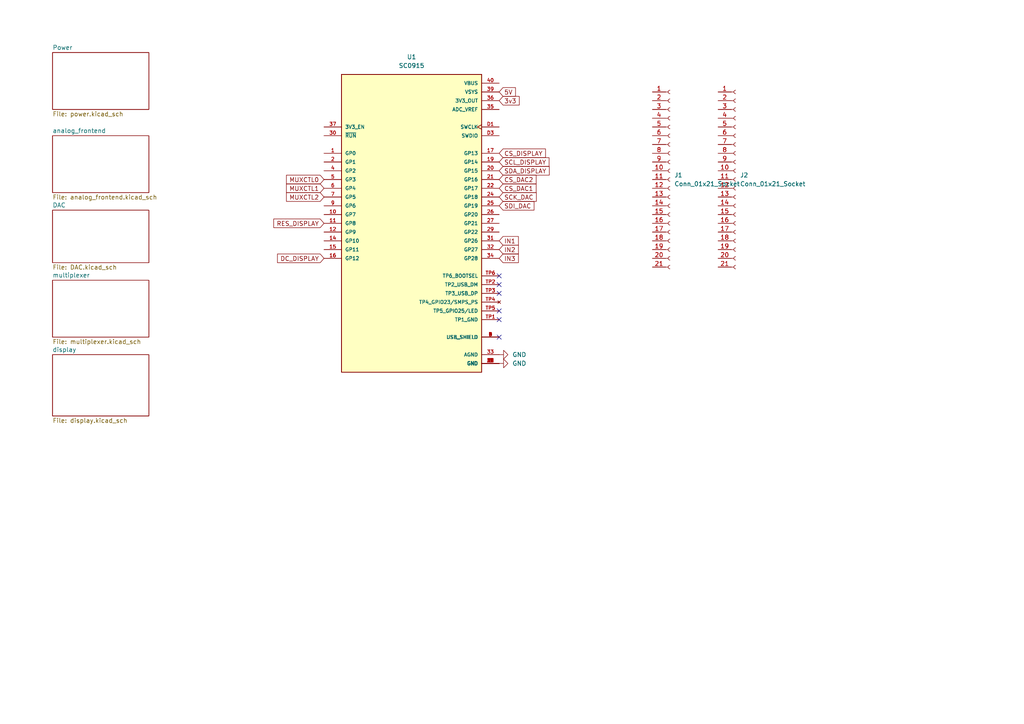
<source format=kicad_sch>
(kicad_sch (version 20231120) (generator "eeschema") (generator_version "8.0")
  (paper "A4")
  (lib_symbols
    (symbol "Connector:Conn_01x21_Socket" (pin_names (offset 1.016) hide)
      (property "Reference" "J" (at 0 27.94 0))
      (property "Value" "Conn_01x21_Socket" (at 0 -27.94 0))
      (symbol "Conn_01x21_Socket_1_1"
        (arc (start 0 -24.892) (mid -0.5058 -25.4) (end 0 -25.908) (stroke (width 0.1524)))
        (arc (start 0 -22.352) (mid -0.5058 -22.86) (end 0 -23.368) (stroke (width 0.1524)))
        (arc (start 0 -19.812) (mid -0.5058 -20.32) (end 0 -20.828) (stroke (width 0.1524)))
        (arc (start 0 -17.272) (mid -0.5058 -17.78) (end 0 -18.288) (stroke (width 0.1524)))
        (arc (start 0 -14.732) (mid -0.5058 -15.24) (end 0 -15.748) (stroke (width 0.1524)))
        (arc (start 0 -12.192) (mid -0.5058 -12.7) (end 0 -13.208) (stroke (width 0.1524)))
        (arc (start 0 -9.652) (mid -0.5058 -10.16) (end 0 -10.668) (stroke (width 0.1524)))
        (arc (start 0 -7.112) (mid -0.5058 -7.62) (end 0 -8.128) (stroke (width 0.1524)))
        (arc (start 0 -4.572) (mid -0.5058 -5.08) (end 0 -5.588) (stroke (width 0.1524)))
        (arc (start 0 -2.032) (mid -0.5058 -2.54) (end 0 -3.048) (stroke (width 0.1524)))
        (polyline (pts (xy -1.27 -25.4) (xy -0.508 -25.4)) (stroke (width 0.1524)))
        (polyline (pts (xy -1.27 -22.86) (xy -0.508 -22.86)) (stroke (width 0.1524)))
        (polyline (pts (xy -1.27 -20.32) (xy -0.508 -20.32)) (stroke (width 0.1524)))
        (polyline (pts (xy -1.27 -17.78) (xy -0.508 -17.78)) (stroke (width 0.1524)))
        (polyline (pts (xy -1.27 -15.24) (xy -0.508 -15.24)) (stroke (width 0.1524)))
        (polyline (pts (xy -1.27 -12.7) (xy -0.508 -12.7)) (stroke (width 0.1524)))
        (polyline (pts (xy -1.27 -10.16) (xy -0.508 -10.16)) (stroke (width 0.1524)))
        (polyline (pts (xy -1.27 -7.62) (xy -0.508 -7.62)) (stroke (width 0.1524)))
        (polyline (pts (xy -1.27 -5.08) (xy -0.508 -5.08)) (stroke (width 0.1524)))
        (polyline (pts (xy -1.27 -2.54) (xy -0.508 -2.54)) (stroke (width 0.1524)))
        (polyline (pts (xy -1.27 0) (xy -0.508 0)) (stroke (width 0.1524)))
        (polyline (pts (xy -1.27 2.54) (xy -0.508 2.54)) (stroke (width 0.1524)))
        (polyline (pts (xy -1.27 5.08) (xy -0.508 5.08)) (stroke (width 0.1524)))
        (polyline (pts (xy -1.27 7.62) (xy -0.508 7.62)) (stroke (width 0.1524)))
        (polyline (pts (xy -1.27 10.16) (xy -0.508 10.16)) (stroke (width 0.1524)))
        (polyline (pts (xy -1.27 12.7) (xy -0.508 12.7)) (stroke (width 0.1524)))
        (polyline (pts (xy -1.27 15.24) (xy -0.508 15.24)) (stroke (width 0.1524)))
        (polyline (pts (xy -1.27 17.78) (xy -0.508 17.78)) (stroke (width 0.1524)))
        (polyline (pts (xy -1.27 20.32) (xy -0.508 20.32)) (stroke (width 0.1524)))
        (polyline (pts (xy -1.27 22.86) (xy -0.508 22.86)) (stroke (width 0.1524)))
        (polyline (pts (xy -1.27 25.4) (xy -0.508 25.4)) (stroke (width 0.1524)))
        (arc (start 0 0.508) (mid -0.5058 0) (end 0 -0.508) (stroke (width 0.1524)))
        (arc (start 0 3.048) (mid -0.5058 2.54) (end 0 2.032) (stroke (width 0.1524)))
        (arc (start 0 5.588) (mid -0.5058 5.08) (end 0 4.572) (stroke (width 0.1524)))
        (arc (start 0 8.128) (mid -0.5058 7.62) (end 0 7.112) (stroke (width 0.1524)))
        (arc (start 0 10.668) (mid -0.5058 10.16) (end 0 9.652) (stroke (width 0.1524)))
        (arc (start 0 13.208) (mid -0.5058 12.7) (end 0 12.192) (stroke (width 0.1524)))
        (arc (start 0 15.748) (mid -0.5058 15.24) (end 0 14.732) (stroke (width 0.1524)))
        (arc (start 0 18.288) (mid -0.5058 17.78) (end 0 17.272) (stroke (width 0.1524)))
        (arc (start 0 20.828) (mid -0.5058 20.32) (end 0 19.812) (stroke (width 0.1524)))
        (arc (start 0 23.368) (mid -0.5058 22.86) (end 0 22.352) (stroke (width 0.1524)))
        (arc (start 0 25.908) (mid -0.5058 25.4) (end 0 24.892) (stroke (width 0.1524)))
        (pin passive line (at -5.08 25.4 0) (length 3.81) (name "Pin_1") (number "1"))
        (pin passive line (at -5.08 2.54 0) (length 3.81) (name "Pin_10") (number "10"))
        (pin passive line (at -5.08 0 0) (length 3.81) (name "Pin_11") (number "11"))
        (pin passive line (at -5.08 -2.54 0) (length 3.81) (name "Pin_12") (number "12"))
        (pin passive line (at -5.08 -5.08 0) (length 3.81) (name "Pin_13") (number "13"))
        (pin passive line (at -5.08 -7.62 0) (length 3.81) (name "Pin_14") (number "14"))
        (pin passive line (at -5.08 -10.16 0) (length 3.81) (name "Pin_15") (number "15"))
        (pin passive line (at -5.08 -12.7 0) (length 3.81) (name "Pin_16") (number "16"))
        (pin passive line (at -5.08 -15.24 0) (length 3.81) (name "Pin_17") (number "17"))
        (pin passive line (at -5.08 -17.78 0) (length 3.81) (name "Pin_18") (number "18"))
        (pin passive line (at -5.08 -20.32 0) (length 3.81) (name "Pin_19") (number "19"))
        (pin passive line (at -5.08 22.86 0) (length 3.81) (name "Pin_2") (number "2"))
        (pin passive line (at -5.08 -22.86 0) (length 3.81) (name "Pin_20") (number "20"))
        (pin passive line (at -5.08 -25.4 0) (length 3.81) (name "Pin_21") (number "21"))
        (pin passive line (at -5.08 20.32 0) (length 3.81) (name "Pin_3") (number "3"))
        (pin passive line (at -5.08 17.78 0) (length 3.81) (name "Pin_4") (number "4"))
        (pin passive line (at -5.08 15.24 0) (length 3.81) (name "Pin_5") (number "5"))
        (pin passive line (at -5.08 12.7 0) (length 3.81) (name "Pin_6") (number "6"))
        (pin passive line (at -5.08 10.16 0) (length 3.81) (name "Pin_7") (number "7"))
        (pin passive line (at -5.08 7.62 0) (length 3.81) (name "Pin_8") (number "8"))
        (pin passive line (at -5.08 5.08 0) (length 3.81) (name "Pin_9") (number "9"))
      )
    )
    (symbol "SC0915:SC0915" (pin_names (offset 1.016))
      (property "Reference" "U" (at -20.32 44.069 0))
      (property "Value" "SC0915" (at -20.32 -45.72 0))
      (symbol "SC0915_0_0"
        (rectangle (start -20.32 -43.18) (end 20.32 43.18) (stroke (width 0.254)) (fill (type background)))
        (pin bidirectional line (at -25.4 20.32 0) (length 5.08) (name "GP0") (number "1"))
        (pin bidirectional line (at -25.4 2.54 0) (length 5.08) (name "GP7") (number "10"))
        (pin bidirectional line (at -25.4 0 0) (length 5.08) (name "GP8") (number "11"))
        (pin bidirectional line (at -25.4 -2.54 0) (length 5.08) (name "GP9") (number "12"))
        (pin power_in line (at 25.4 -40.64 180) (length 5.08) (name "GND") (number "13"))
        (pin bidirectional line (at -25.4 -5.08 0) (length 5.08) (name "GP10") (number "14"))
        (pin bidirectional line (at -25.4 -7.62 0) (length 5.08) (name "GP11") (number "15"))
        (pin bidirectional line (at -25.4 -10.16 0) (length 5.08) (name "GP12") (number "16"))
        (pin bidirectional line (at 25.4 20.32 180) (length 5.08) (name "GP13") (number "17"))
        (pin power_in line (at 25.4 -40.64 180) (length 5.08) (name "GND") (number "18"))
        (pin bidirectional line (at 25.4 17.78 180) (length 5.08) (name "GP14") (number "19"))
        (pin bidirectional line (at -25.4 17.78 0) (length 5.08) (name "GP1") (number "2"))
        (pin bidirectional line (at 25.4 15.24 180) (length 5.08) (name "GP15") (number "20"))
        (pin bidirectional line (at 25.4 12.7 180) (length 5.08) (name "GP16") (number "21"))
        (pin bidirectional line (at 25.4 10.16 180) (length 5.08) (name "GP17") (number "22"))
        (pin power_in line (at 25.4 -40.64 180) (length 5.08) (name "GND") (number "23"))
        (pin bidirectional line (at 25.4 7.62 180) (length 5.08) (name "GP18") (number "24"))
        (pin bidirectional line (at 25.4 5.08 180) (length 5.08) (name "GP19") (number "25"))
        (pin bidirectional line (at 25.4 2.54 180) (length 5.08) (name "GP20") (number "26"))
        (pin bidirectional line (at 25.4 0 180) (length 5.08) (name "GP21") (number "27"))
        (pin power_in line (at 25.4 -40.64 180) (length 5.08) (name "GND") (number "28"))
        (pin bidirectional line (at 25.4 -2.54 180) (length 5.08) (name "GP22") (number "29"))
        (pin power_in line (at 25.4 -40.64 180) (length 5.08) (name "GND") (number "3"))
        (pin input line (at -25.4 25.4 0) (length 5.08) (name "~{RUN}") (number "30"))
        (pin bidirectional line (at 25.4 -5.08 180) (length 5.08) (name "GP26") (number "31"))
        (pin bidirectional line (at 25.4 -7.62 180) (length 5.08) (name "GP27") (number "32"))
        (pin power_in line (at 25.4 -38.1 180) (length 5.08) (name "AGND") (number "33"))
        (pin bidirectional line (at 25.4 -10.16 180) (length 5.08) (name "GP28") (number "34"))
        (pin power_in line (at 25.4 33.02 180) (length 5.08) (name "ADC_VREF") (number "35"))
        (pin power_in line (at 25.4 35.56 180) (length 5.08) (name "3V3_OUT") (number "36"))
        (pin input line (at -25.4 27.94 0) (length 5.08) (name "3V3_EN") (number "37"))
        (pin power_in line (at 25.4 -40.64 180) (length 5.08) (name "GND") (number "38"))
        (pin power_in line (at 25.4 38.1 180) (length 5.08) (name "VSYS") (number "39"))
        (pin bidirectional line (at -25.4 15.24 0) (length 5.08) (name "GP2") (number "4"))
        (pin power_in line (at 25.4 40.64 180) (length 5.08) (name "VBUS") (number "40"))
        (pin bidirectional line (at -25.4 12.7 0) (length 5.08) (name "GP3") (number "5"))
        (pin bidirectional line (at -25.4 10.16 0) (length 5.08) (name "GP4") (number "6"))
        (pin bidirectional line (at -25.4 7.62 0) (length 5.08) (name "GP5") (number "7"))
        (pin power_in line (at 25.4 -40.64 180) (length 5.08) (name "GND") (number "8"))
        (pin bidirectional line (at -25.4 5.08 0) (length 5.08) (name "GP6") (number "9"))
        (pin power_in line (at 25.4 -33.02 180) (length 5.08) (name "USB_SHIELD") (number "A"))
        (pin power_in line (at 25.4 -33.02 180) (length 5.08) (name "USB_SHIELD") (number "B"))
        (pin power_in line (at 25.4 -33.02 180) (length 5.08) (name "USB_SHIELD") (number "C"))
        (pin power_in line (at 25.4 -33.02 180) (length 5.08) (name "USB_SHIELD") (number "D"))
        (pin input clock (at 25.4 27.94 180) (length 5.08) (name "SWCLK") (number "D1"))
        (pin power_in line (at 25.4 -40.64 180) (length 5.08) (name "GND") (number "D2"))
        (pin bidirectional line (at 25.4 25.4 180) (length 5.08) (name "SWDIO") (number "D3"))
        (pin power_in line (at 25.4 -27.94 180) (length 5.08) (name "TP1_GND") (number "TP1"))
        (pin bidirectional line (at 25.4 -17.78 180) (length 5.08) (name "TP2_USB_DM") (number "TP2"))
        (pin bidirectional line (at 25.4 -20.32 180) (length 5.08) (name "TP3_USB_DP") (number "TP3"))
        (pin no_connect line (at 25.4 -22.86 180) (length 5.08) (name "TP4_GPIO23/SMPS_PS") (number "TP4"))
        (pin output line (at 25.4 -25.4 180) (length 5.08) (name "TP5_GPIO25/LED") (number "TP5"))
        (pin input line (at 25.4 -15.24 180) (length 5.08) (name "TP6_BOOTSEL") (number "TP6"))
      )
    )
    (symbol "power:GND" (power) (pin_numbers hide) (pin_names (offset 0) hide)
      (property "Value" "GND" (at 0 -3.81 0))
      (symbol "GND_0_1"
        (polyline (pts (xy 0 0) (xy 0 -1.27) (xy 1.27 -1.27) (xy 0 -2.54) (xy -1.27 -1.27) (xy 0 -1.27)))
      )
      (symbol "GND_1_1"
        (pin power_in line (at 0 0 270) (length 0) (name "~") (number "1"))
      )
    )
  )
  (no_connect (at 144.78 90.17))
  (no_connect (at 144.78 92.71))
  (no_connect (at 144.78 80.01))
  (no_connect (at 144.78 85.09))
  (no_connect (at 144.78 82.55))
  (no_connect (at 144.78 97.79))
  (global_label "SCL_DISPLAY" (shape input) (at 144.78 46.99 0) (property "Intersheetrefs" "${INTERSHEET_REFS}" (effects (hide yes))))
  (global_label "3v3" (shape input) (at 144.78 29.21 0) (property "Intersheetrefs" "${INTERSHEET_REFS}" (effects (hide yes))))
  (global_label "CS_DAC2" (shape input) (at 144.78 52.07 0) (property "Intersheetrefs" "${INTERSHEET_REFS}" (effects (hide yes))))
  (global_label "RES_DISPLAY" (shape input) (at 93.98 64.77 180) (property "Intersheetrefs" "${INTERSHEET_REFS}" (effects (hide yes))))
  (global_label "5V" (shape input) (at 144.78 26.67 0) (property "Intersheetrefs" "${INTERSHEET_REFS}" (effects (hide yes))))
  (global_label "SDA_DISPLAY" (shape input) (at 144.78 49.53 0) (property "Intersheetrefs" "${INTERSHEET_REFS}" (effects (hide yes))))
  (global_label "IN2" (shape input) (at 144.78 72.39 0) (property "Intersheetrefs" "${INTERSHEET_REFS}" (effects (hide yes))))
  (global_label "MUXCTL0" (shape input) (at 93.98 52.07 180) (property "Intersheetrefs" "${INTERSHEET_REFS}" (effects (hide yes))))
  (global_label "SDI_DAC" (shape input) (at 144.78 59.69 0) (property "Intersheetrefs" "${INTERSHEET_REFS}" (effects (hide yes))))
  (global_label "MUXCTL2" (shape input) (at 93.98 57.15 180) (property "Intersheetrefs" "${INTERSHEET_REFS}" (effects (hide yes))))
  (global_label "SCK_DAC" (shape input) (at 144.78 57.15 0) (property "Intersheetrefs" "${INTERSHEET_REFS}" (effects (hide yes))))
  (global_label "MUXCTL1" (shape input) (at 93.98 54.61 180) (property "Intersheetrefs" "${INTERSHEET_REFS}" (effects (hide yes))))
  (global_label "DC_DISPLAY" (shape input) (at 93.98 74.93 180) (property "Intersheetrefs" "${INTERSHEET_REFS}" (effects (hide yes))))
  (global_label "IN3" (shape input) (at 144.78 74.93 0) (property "Intersheetrefs" "${INTERSHEET_REFS}" (effects (hide yes))))
  (global_label "CS_DAC1" (shape input) (at 144.78 54.61 0) (property "Intersheetrefs" "${INTERSHEET_REFS}" (effects (hide yes))))
  (global_label "CS_DISPLAY" (shape input) (at 144.78 44.45 0) (property "Intersheetrefs" "${INTERSHEET_REFS}" (effects (hide yes))))
  (global_label "IN1" (shape input) (at 144.78 69.85 0) (property "Intersheetrefs" "${INTERSHEET_REFS}" (effects (hide yes))))
  (symbol (lib_id "SC0915:SC0915") (at 119.38 64.77 0) (unit 1)
    (property "Reference" "U1" (at 119.38 16.51 0))
    (property "Value" "SC0915" (at 119.38 19.05 0))
    (property "Footprint" "SC0915:MODULE_SC0915" (effects (hide yes)))
    (property "MF" "Raspberry Pi" (effects (hide yes)))
    (property "Description_1" "\n                        \n                            Raspberry Pi Pico Embedded Dev Module | Raspberry Pi SC0915\n                        \n" (effects (hide yes)))
    (property "Package" "None" (effects (hide yes)))
    (property "Price" "None" (effects (hide yes)))
    (property "Check_prices" "https://www.snapeda.com/parts/SC0915/Raspberry+Pi/view-part/?ref=eda" (effects (hide yes)))
    (property "STANDARD" "Manufacturer Recommendations" (effects (hide yes)))
    (property "PARTREV" "1.9" (effects (hide yes)))
    (property "SnapEDA_Link" "https://www.snapeda.com/parts/SC0915/Raspberry+Pi/view-part/?ref=snap" (effects (hide yes)))
    (property "MP" "SC0915" (effects (hide yes)))
    (property "MANUFACTURER" "Pi Supply" (effects (hide yes)))
    (property "Availability" "In Stock" (effects (hide yes)))
    (property "SNAPEDA_PN" "SC0915" (effects (hide yes)))
  )
  (symbol (lib_id "power:GND") (at 144.78 105.41 90) (unit 1)
    (property "Reference" "#PWR03" (effects (hide yes)))
    (property "Value" "GND" (at 148.59 105.4099 90) (effects (justify right)))
    (property "Description" "Power symbol creates a global label with name \"GND\" , ground" (effects (hide yes)))
  )
  (symbol (lib_id "Connector:Conn_01x21_Socket") (at 194.31 52.07 0) (unit 1)
    (property "Reference" "J1" (at 195.58 50.7999 0) (effects (justify left)))
    (property "Value" "Conn_01x21_Socket" (at 195.58 53.3399 0) (effects (justify left)))
    (property "Footprint" "Connector_PinHeader_2.54mm:PinHeader_1x20_P2.54mm_Vertical" (effects (hide yes)))
    (property "Description" "Generic connector, single row, 01x21, script generated" (effects (hide yes)))
  )
  (symbol (lib_id "Connector:Conn_01x21_Socket") (at 213.36 52.07 0) (unit 1)
    (property "Reference" "J2" (at 214.63 50.7999 0) (effects (justify left)))
    (property "Value" "Conn_01x21_Socket" (at 214.63 53.3399 0) (effects (justify left)))
    (property "Footprint" "Connector_PinHeader_2.54mm:PinHeader_1x20_P2.54mm_Vertical" (effects (hide yes)))
    (property "Description" "Generic connector, single row, 01x21, script generated" (effects (hide yes)))
  )
  (symbol (lib_id "power:GND") (at 144.78 102.87 90) (unit 1)
    (property "Reference" "#PWR04" (effects (hide yes)))
    (property "Value" "GND" (at 148.59 102.8699 90) (effects (justify right)))
    (property "Description" "Power symbol creates a global label with name \"GND\" , ground" (effects (hide yes)))
  )
  (sheet (at 15.24 39.37) (size 27.94 16.51) (stroke (width 0.1524))
    (property "Sheetname" "analog_frontend" (at 15.24 38.6584 0) (effects (justify left bottom)))
    (property "Sheetfile" "analog_frontend.kicad_sch" (at 15.24 56.4646 0) (effects (justify left top)))
  )
  (sheet (at 15.24 15.24) (size 27.94 16.51) (stroke (width 0.1524))
    (property "Sheetname" "Power" (at 15.24 14.5284 0) (effects (justify left bottom)))
    (property "Sheetfile" "power.kicad_sch" (at 15.24 32.3346 0) (effects (justify left top)))
  )
  (sheet (at 15.24 60.96) (size 27.94 15.24) (stroke (width 0.1524))
    (property "Sheetname" "DAC" (at 15.24 60.2484 0) (effects (justify left bottom)))
    (property "Sheetfile" "DAC.kicad_sch" (at 15.24 76.7846 0) (effects (justify left top)))
  )
  (sheet (at 15.24 81.28) (size 27.94 16.51) (stroke (width 0.1524))
    (property "Sheetname" "multiplexer" (at 15.24 80.5684 0) (effects (justify left bottom)))
    (property "Sheetfile" "multiplexer.kicad_sch" (at 15.24 98.3746 0) (effects (justify left top)))
  )
  (sheet (at 15.24 102.87) (size 27.94 17.78) (stroke (width 0.1524))
    (property "Sheetname" "display" (at 15.24 102.1584 0) (effects (justify left bottom)))
    (property "Sheetfile" "display.kicad_sch" (at 15.24 121.2346 0) (effects (justify left top)))
  )
)
</source>
